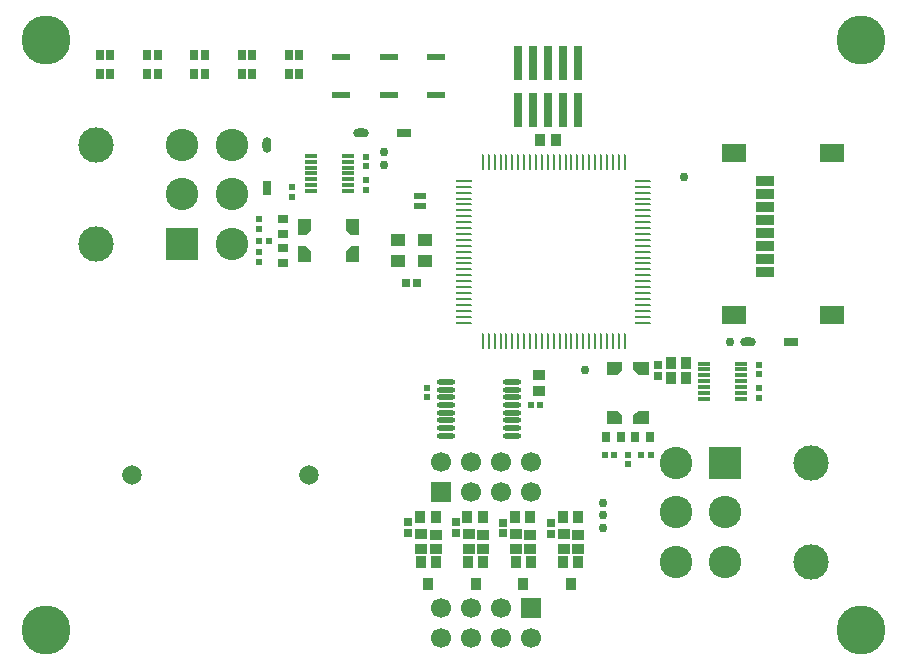
<source format=gts>
G04*
G04 #@! TF.GenerationSoftware,Altium Limited,Altium Designer,24.4.1 (13)*
G04*
G04 Layer_Color=8388736*
%FSLAX44Y44*%
%MOMM*%
G71*
G04*
G04 #@! TF.SameCoordinates,4A672E86-6C9B-4248-A0BA-008E6FD5887C*
G04*
G04*
G04 #@! TF.FilePolarity,Negative*
G04*
G01*
G75*
%ADD22R,1.3082X0.7621*%
G04:AMPARAMS|DCode=23|XSize=1.3082mm|YSize=0.7621mm|CornerRadius=0.3811mm|HoleSize=0mm|Usage=FLASHONLY|Rotation=180.000|XOffset=0mm|YOffset=0mm|HoleType=Round|Shape=RoundedRectangle|*
%AMROUNDEDRECTD23*
21,1,1.3082,0.0000,0,0,180.0*
21,1,0.5461,0.7621,0,0,180.0*
1,1,0.7621,-0.2730,0.0000*
1,1,0.7621,0.2730,0.0000*
1,1,0.7621,0.2730,0.0000*
1,1,0.7621,-0.2730,0.0000*
%
%ADD23ROUNDEDRECTD23*%
%ADD25R,0.9779X0.3048*%
%ADD30R,1.5000X0.5500*%
%ADD36R,0.5200X0.5200*%
%ADD37R,0.5200X0.5200*%
G04:AMPARAMS|DCode=38|XSize=1.3082mm|YSize=0.7621mm|CornerRadius=0.3811mm|HoleSize=0mm|Usage=FLASHONLY|Rotation=90.000|XOffset=0mm|YOffset=0mm|HoleType=Round|Shape=RoundedRectangle|*
%AMROUNDEDRECTD38*
21,1,1.3082,0.0000,0,0,90.0*
21,1,0.5461,0.7621,0,0,90.0*
1,1,0.7621,0.0000,0.2730*
1,1,0.7621,0.0000,-0.2730*
1,1,0.7621,0.0000,-0.2730*
1,1,0.7621,0.0000,0.2730*
%
%ADD38ROUNDEDRECTD38*%
%ADD39R,0.7621X1.3082*%
%ADD40R,0.8621X0.7565*%
G04:AMPARAMS|DCode=41|XSize=0.2125mm|YSize=1.3552mm|CornerRadius=0.1062mm|HoleSize=0mm|Usage=FLASHONLY|Rotation=0.000|XOffset=0mm|YOffset=0mm|HoleType=Round|Shape=RoundedRectangle|*
%AMROUNDEDRECTD41*
21,1,0.2125,1.1428,0,0,0.0*
21,1,0.0000,1.3552,0,0,0.0*
1,1,0.2125,0.0000,-0.5714*
1,1,0.2125,0.0000,-0.5714*
1,1,0.2125,0.0000,0.5714*
1,1,0.2125,0.0000,0.5714*
%
%ADD41ROUNDEDRECTD41*%
G04:AMPARAMS|DCode=42|XSize=1.3552mm|YSize=0.2125mm|CornerRadius=0.1062mm|HoleSize=0mm|Usage=FLASHONLY|Rotation=0.000|XOffset=0mm|YOffset=0mm|HoleType=Round|Shape=RoundedRectangle|*
%AMROUNDEDRECTD42*
21,1,1.3552,0.0000,0,0,0.0*
21,1,1.1428,0.2125,0,0,0.0*
1,1,0.2125,0.5714,0.0000*
1,1,0.2125,-0.5714,0.0000*
1,1,0.2125,-0.5714,0.0000*
1,1,0.2125,0.5714,0.0000*
%
%ADD42ROUNDEDRECTD42*%
%ADD43R,1.3552X0.2125*%
%ADD44C,0.9698*%
%ADD45C,0.9900*%
%ADD46R,1.3000X1.0500*%
%ADD47R,1.1400X0.5750*%
%ADD48R,0.7565X0.8621*%
%ADD50R,0.6500X0.9500*%
%ADD51C,0.7500*%
%ADD52R,0.9000X1.0000*%
%ADD53R,1.0000X0.8500*%
%ADD54R,1.0000X0.9000*%
%ADD55R,0.8500X1.0500*%
%ADD56R,0.7000X0.7000*%
%ADD57R,1.6500X0.9500*%
%ADD58R,2.1500X1.6000*%
%ADD59R,0.7000X0.7000*%
%ADD60O,1.5500X0.5000*%
%ADD61R,1.1000X0.9500*%
%ADD62R,0.8500X1.0000*%
%ADD63C,1.6580*%
%ADD64R,1.7000X1.7000*%
%ADD65C,1.7000*%
%ADD66R,0.8000X2.9200*%
%ADD67C,3.0000*%
%ADD68R,2.7500X2.7500*%
%ADD69C,2.7500*%
%ADD70C,4.1500*%
G36*
X254150Y340500D02*
Y332000D01*
X243150D01*
Y345500D01*
X250150D01*
X254150Y340500D01*
D02*
G37*
G36*
Y359500D02*
X250150Y354500D01*
X243150D01*
Y368000D01*
X254150D01*
Y359500D01*
D02*
G37*
G36*
X295150Y332000D02*
X284150D01*
Y340500D01*
X288150Y345500D01*
X295150D01*
Y332000D01*
D02*
G37*
G36*
Y354500D02*
X288150D01*
X284150Y359500D01*
Y368000D01*
X295150D01*
Y354500D01*
D02*
G37*
G36*
X518000Y202250D02*
Y195250D01*
X504500D01*
Y206250D01*
X513000D01*
X518000Y202250D01*
D02*
G37*
G36*
X540500Y195250D02*
X527000D01*
Y202250D01*
X532000Y206250D01*
X540500D01*
Y195250D01*
D02*
G37*
G36*
X518000Y240250D02*
X513000Y236250D01*
X504500D01*
Y247250D01*
X518000D01*
Y240250D01*
D02*
G37*
G36*
X540500Y236250D02*
X532000D01*
X527000Y240250D01*
Y247250D01*
X540500D01*
Y236250D01*
D02*
G37*
D22*
X332750Y441000D02*
D03*
X660750Y264000D02*
D03*
D23*
X296250Y441000D02*
D03*
X624250Y264000D02*
D03*
D25*
X254470Y391955D02*
D03*
Y396956D02*
D03*
Y401958D02*
D03*
Y406959D02*
D03*
Y411960D02*
D03*
Y416961D02*
D03*
Y421963D02*
D03*
X285331D02*
D03*
Y416961D02*
D03*
Y411960D02*
D03*
Y406959D02*
D03*
Y401958D02*
D03*
Y396956D02*
D03*
Y391955D02*
D03*
X617935Y215997D02*
D03*
Y220998D02*
D03*
Y226000D02*
D03*
Y231001D02*
D03*
Y236002D02*
D03*
Y241004D02*
D03*
Y246005D02*
D03*
X587074D02*
D03*
Y241004D02*
D03*
Y236002D02*
D03*
Y231001D02*
D03*
Y226000D02*
D03*
Y220998D02*
D03*
Y215997D02*
D03*
D30*
X280000Y473000D02*
D03*
Y505500D02*
D03*
X320000Y473000D02*
D03*
Y505500D02*
D03*
X360000Y473000D02*
D03*
Y505500D02*
D03*
D36*
X352250Y217500D02*
D03*
Y225500D02*
D03*
X210400Y360168D02*
D03*
Y368168D02*
D03*
X301250Y401000D02*
D03*
Y393000D02*
D03*
X238500Y395250D02*
D03*
Y387250D02*
D03*
X301250Y413000D02*
D03*
Y421000D02*
D03*
X210650Y332168D02*
D03*
Y340168D02*
D03*
X633750Y225000D02*
D03*
Y217000D02*
D03*
Y237000D02*
D03*
Y245000D02*
D03*
X522500Y160750D02*
D03*
Y168750D02*
D03*
D37*
X448500Y211000D02*
D03*
X440500D02*
D03*
X210650Y350168D02*
D03*
X218650D02*
D03*
X511000Y168500D02*
D03*
X503000D02*
D03*
X542000Y168250D02*
D03*
X534000D02*
D03*
D38*
X216750Y431250D02*
D03*
D39*
Y394750D02*
D03*
D40*
X230400Y355659D02*
D03*
Y368676D02*
D03*
Y331159D02*
D03*
Y344176D02*
D03*
D41*
X399750Y416505D02*
D03*
X404750D02*
D03*
X409750D02*
D03*
X414750D02*
D03*
X419750D02*
D03*
X424750D02*
D03*
X429750D02*
D03*
X434750D02*
D03*
X439750D02*
D03*
X444750D02*
D03*
X449750D02*
D03*
X454750D02*
D03*
X459750D02*
D03*
X464750D02*
D03*
X469750D02*
D03*
X474750D02*
D03*
X479750D02*
D03*
X484750D02*
D03*
X489750D02*
D03*
X494750D02*
D03*
X499750D02*
D03*
X504750D02*
D03*
X509750D02*
D03*
X514750D02*
D03*
X519750D02*
D03*
Y264995D02*
D03*
X514750D02*
D03*
X509750D02*
D03*
X504750D02*
D03*
X499750D02*
D03*
X494750D02*
D03*
X489750D02*
D03*
X484750D02*
D03*
X479750D02*
D03*
X474750D02*
D03*
X469750D02*
D03*
X464750D02*
D03*
X459750D02*
D03*
X454750D02*
D03*
X449750D02*
D03*
X444750D02*
D03*
X439750D02*
D03*
X434750D02*
D03*
X429750D02*
D03*
X424750D02*
D03*
X419750D02*
D03*
X414750D02*
D03*
X409750D02*
D03*
X404750D02*
D03*
X399750D02*
D03*
D42*
X535505Y400750D02*
D03*
Y395750D02*
D03*
Y390750D02*
D03*
Y385750D02*
D03*
Y380750D02*
D03*
Y375750D02*
D03*
Y370750D02*
D03*
Y365750D02*
D03*
Y360750D02*
D03*
Y355750D02*
D03*
Y350750D02*
D03*
Y345750D02*
D03*
Y340750D02*
D03*
Y335750D02*
D03*
Y330750D02*
D03*
Y325750D02*
D03*
Y320750D02*
D03*
Y315750D02*
D03*
Y310750D02*
D03*
Y305750D02*
D03*
Y300750D02*
D03*
Y295750D02*
D03*
Y290750D02*
D03*
Y285750D02*
D03*
Y280750D02*
D03*
X383995D02*
D03*
Y285750D02*
D03*
Y290750D02*
D03*
Y295750D02*
D03*
Y300750D02*
D03*
Y305750D02*
D03*
Y310750D02*
D03*
Y315750D02*
D03*
Y320750D02*
D03*
Y325750D02*
D03*
Y330750D02*
D03*
Y335750D02*
D03*
Y340750D02*
D03*
Y345750D02*
D03*
Y350750D02*
D03*
Y355750D02*
D03*
Y360750D02*
D03*
Y365750D02*
D03*
Y370750D02*
D03*
Y375750D02*
D03*
Y380750D02*
D03*
Y385750D02*
D03*
Y390750D02*
D03*
Y395750D02*
D03*
D43*
Y400750D02*
D03*
D44*
X248650Y361250D02*
D03*
X289650D02*
D03*
X511250Y200750D02*
D03*
Y241750D02*
D03*
D45*
X289650Y337500D02*
D03*
X248650D02*
D03*
X535000Y241750D02*
D03*
Y200750D02*
D03*
D46*
X327750Y350365D02*
D03*
X350750D02*
D03*
Y332865D02*
D03*
X327750D02*
D03*
D47*
X346550Y379776D02*
D03*
Y388026D02*
D03*
D48*
X516759Y183500D02*
D03*
X503741D02*
D03*
X541259D02*
D03*
X528241D02*
D03*
D50*
X164500Y507250D02*
D03*
Y491250D02*
D03*
X155500Y507250D02*
D03*
Y491250D02*
D03*
X195500Y491250D02*
D03*
Y507250D02*
D03*
X204500Y491250D02*
D03*
Y507250D02*
D03*
X235500Y491250D02*
D03*
Y507250D02*
D03*
X244500Y491250D02*
D03*
Y507250D02*
D03*
X115500Y491250D02*
D03*
Y507250D02*
D03*
X124500Y491250D02*
D03*
Y507250D02*
D03*
X75500Y491250D02*
D03*
Y507250D02*
D03*
X84500Y491250D02*
D03*
Y507250D02*
D03*
D51*
X486000Y240750D02*
D03*
X570000Y403750D02*
D03*
X316000Y424750D02*
D03*
X501250Y128000D02*
D03*
Y107000D02*
D03*
Y117500D02*
D03*
X316000Y414000D02*
D03*
X608750Y264000D02*
D03*
D52*
X448300Y435250D02*
D03*
X461300D02*
D03*
X440000Y116500D02*
D03*
X427000D02*
D03*
X359750D02*
D03*
X346750D02*
D03*
X386750D02*
D03*
X399750D02*
D03*
X467250D02*
D03*
X480250D02*
D03*
X571750Y233750D02*
D03*
X558750D02*
D03*
D53*
X440000Y88695D02*
D03*
Y101195D02*
D03*
X359750Y88750D02*
D03*
Y101250D02*
D03*
X399750D02*
D03*
Y88750D02*
D03*
X480250Y101250D02*
D03*
Y88750D02*
D03*
D54*
X428000Y88945D02*
D03*
Y101945D02*
D03*
X347750Y89000D02*
D03*
Y102000D02*
D03*
X387750D02*
D03*
Y89000D02*
D03*
X468250Y102000D02*
D03*
Y89000D02*
D03*
D55*
X440500Y77945D02*
D03*
X427500D02*
D03*
X434000Y58945D02*
D03*
X360250Y78000D02*
D03*
X347250D02*
D03*
X353750Y59000D02*
D03*
X393750D02*
D03*
X387250Y78000D02*
D03*
X400250D02*
D03*
X474250Y59000D02*
D03*
X467750Y78000D02*
D03*
X480750D02*
D03*
D56*
X417000Y102195D02*
D03*
Y111195D02*
D03*
X336750Y102750D02*
D03*
Y111750D02*
D03*
X376750Y111750D02*
D03*
Y102750D02*
D03*
X457250Y111000D02*
D03*
Y102000D02*
D03*
X548250Y244500D02*
D03*
Y235500D02*
D03*
D57*
X638750Y400481D02*
D03*
Y389481D02*
D03*
Y378481D02*
D03*
Y367481D02*
D03*
Y356481D02*
D03*
Y345481D02*
D03*
Y334481D02*
D03*
Y323481D02*
D03*
D58*
X612750Y286781D02*
D03*
Y424281D02*
D03*
X695750Y286781D02*
D03*
Y424281D02*
D03*
D59*
X343750Y314615D02*
D03*
X334750D02*
D03*
D60*
X424250Y185000D02*
D03*
Y191500D02*
D03*
Y198000D02*
D03*
Y204500D02*
D03*
Y211000D02*
D03*
Y217500D02*
D03*
Y224000D02*
D03*
Y230500D02*
D03*
X368250Y185000D02*
D03*
Y191500D02*
D03*
Y198000D02*
D03*
Y204500D02*
D03*
Y211000D02*
D03*
Y217500D02*
D03*
Y224000D02*
D03*
Y230500D02*
D03*
D61*
X447000Y236500D02*
D03*
Y223000D02*
D03*
D62*
X571500Y246250D02*
D03*
X559000D02*
D03*
D63*
X102750Y151750D02*
D03*
X252750D02*
D03*
D64*
X364650Y137300D02*
D03*
X440900Y38750D02*
D03*
D65*
X364650Y162700D02*
D03*
X390050Y137300D02*
D03*
X415450D02*
D03*
X390050Y162700D02*
D03*
X415450D02*
D03*
X440850Y137300D02*
D03*
Y162700D02*
D03*
X364700Y13350D02*
D03*
Y38750D02*
D03*
X390100Y13350D02*
D03*
X415500D02*
D03*
X390100Y38750D02*
D03*
X415500D02*
D03*
X440900Y13350D02*
D03*
D66*
X480200Y500800D02*
D03*
X467500D02*
D03*
X454800D02*
D03*
X442100D02*
D03*
X429400D02*
D03*
X480200Y460500D02*
D03*
X467500D02*
D03*
X454800D02*
D03*
X442100D02*
D03*
X429400D02*
D03*
D67*
X72000Y347250D02*
D03*
Y431250D02*
D03*
X678000Y78000D02*
D03*
Y162000D02*
D03*
D68*
X145000Y347250D02*
D03*
X605000Y162000D02*
D03*
D69*
X145000Y389250D02*
D03*
Y431250D02*
D03*
X187000Y347250D02*
D03*
Y389250D02*
D03*
Y431250D02*
D03*
X563000Y78000D02*
D03*
Y120000D02*
D03*
Y162000D02*
D03*
X605000Y78000D02*
D03*
Y120000D02*
D03*
D70*
X30000Y520000D02*
D03*
X720000Y20000D02*
D03*
X30000D02*
D03*
X720000Y520000D02*
D03*
M02*

</source>
